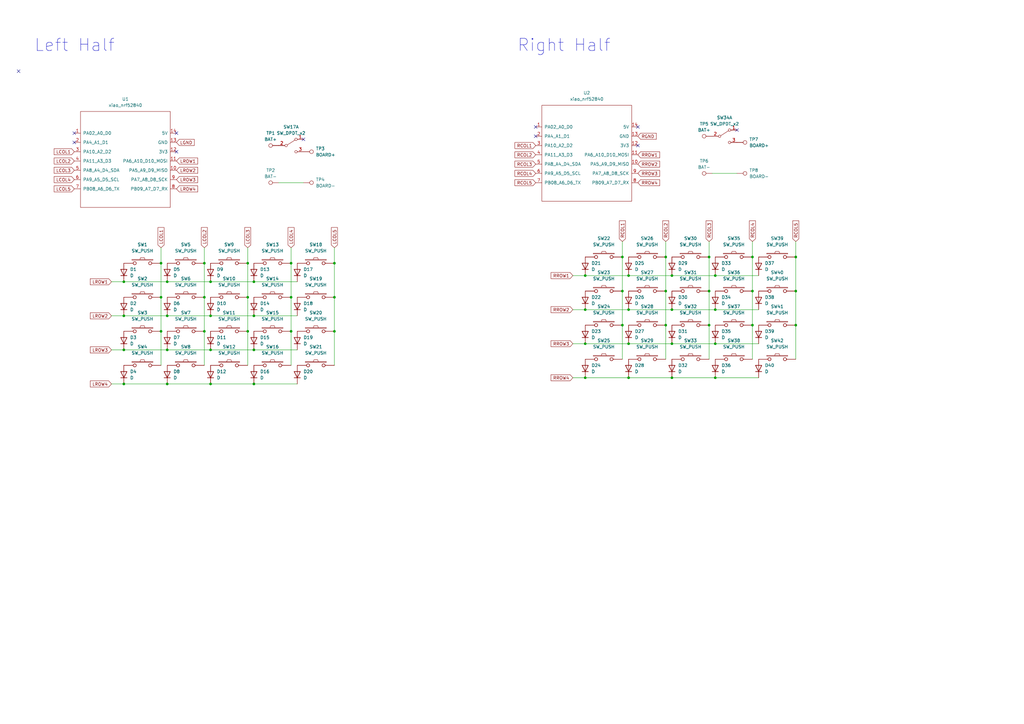
<source format=kicad_sch>
(kicad_sch (version 20230121) (generator eeschema)
  (paper "A3")
  (lib_symbols
    (symbol "Connector:TestPoint" (pin_numbers hide) (pin_names (offset 0.762) hide)
      (property "Reference" "TP" (at 0 6.858 0))
      (property "Value" "TestPoint" (at 0 5.08 0))
      (symbol "TestPoint_0_1"
        (circle (center 0 3.302) (radius 0.762))
      )
      (symbol "TestPoint_1_1"
        (pin passive line (at 0 0 90) (length 2.54) (name "1") (number "1"))
      )
    )
    (symbol "Device:D" (pin_numbers hide) (pin_names (offset 1.016) hide)
      (property "Reference" "D" (at 0 2.54 0))
      (property "Value" "D" (at 0 -2.54 0))
      (symbol "D_0_1"
        (polyline (pts (xy -1.27 1.27) (xy -1.27 -1.27)) (stroke (width 0.254)))
        (polyline (pts (xy 1.27 0) (xy -1.27 0)))
        (polyline (pts (xy 1.27 1.27) (xy 1.27 -1.27) (xy -1.27 0) (xy 1.27 1.27)) (stroke (width 0.254)))
      )
      (symbol "D_1_1"
        (pin passive line (at -3.81 0 0) (length 2.54) (name "K") (number "1"))
        (pin passive line (at 3.81 0 180) (length 2.54) (name "A") (number "2"))
      )
    )
    (symbol "Switch:SW_DPDT_x2" (pin_names (offset 0) hide)
      (property "Reference" "SW" (at 0 4.318 0))
      (property "Value" "SW_DPDT_x2" (at 0 -5.08 0))
      (symbol "SW_DPDT_x2_0_0"
        (circle (center -2.032 0) (radius 0.508))
        (circle (center 2.032 -2.54) (radius 0.508))
      )
      (symbol "SW_DPDT_x2_0_1"
        (polyline (pts (xy -1.524 0.254) (xy 1.651 2.286)))
        (circle (center 2.032 2.54) (radius 0.508))
      )
      (symbol "SW_DPDT_x2_1_1"
        (pin passive line (at 5.08 2.54 180) (length 2.54) (name "A") (number "1"))
        (pin passive line (at -5.08 0 0) (length 2.54) (name "B") (number "2"))
        (pin passive line (at 5.08 -2.54 180) (length 2.54) (name "C") (number "3"))
      )
      (symbol "SW_DPDT_x2_2_1"
        (pin passive line (at 5.08 2.54 180) (length 2.54) (name "A") (number "4"))
        (pin passive line (at -5.08 0 0) (length 2.54) (name "B") (number "5"))
        (pin passive line (at 5.08 -2.54 180) (length 2.54) (name "C") (number "6"))
      )
    )
    (symbol "kbd:SW_PUSH" (pin_numbers hide) (pin_names (offset 1.016) hide)
      (property "Reference" "SW" (at 3.81 2.794 0))
      (property "Value" "SW_PUSH" (at 0 -2.032 0))
      (symbol "SW_PUSH_0_1"
        (rectangle (start -4.318 1.27) (end 4.318 1.524))
        (polyline (pts (xy -1.016 1.524) (xy -0.762 2.286) (xy 0.762 2.286) (xy 1.016 1.524)))
        (pin passive inverted (at -7.62 0 0) (length 5.08) (name "1") (number "1"))
        (pin passive inverted (at 7.62 0 180) (length 5.08) (name "2") (number "2"))
      )
    )
    (symbol "xiao_nrf52840:xiao_nrf52840" (pin_names (offset 1.016))
      (property "Reference" "U" (at -19.05 22.86 0))
      (property "Value" "xiao_nrf52840" (at -12.7 21.59 0))
      (symbol "xiao_nrf52840_0_1"
        (rectangle (start -19.05 20.32) (end 17.78 -19.05))
      )
      (symbol "xiao_nrf52840_1_1"
        (pin unspecified line (at -21.59 11.43 0) (length 2.54) (name "PA02_A0_D0") (number "1"))
        (pin unspecified line (at 20.32 -3.81 180) (length 2.54) (name "PA5_A9_D9_MISO") (number "10"))
        (pin unspecified line (at 20.32 0 180) (length 2.54) (name "PA6_A10_D10_MOSI") (number "11"))
        (pin unspecified line (at 20.32 3.81 180) (length 2.54) (name "3V3") (number "12"))
        (pin unspecified line (at 20.32 7.62 180) (length 2.54) (name "GND") (number "13"))
        (pin unspecified line (at 20.32 11.43 180) (length 2.54) (name "5V") (number "14"))
        (pin unspecified line (at -21.59 7.62 0) (length 2.54) (name "PA4_A1_D1") (number "2"))
        (pin unspecified line (at -21.59 3.81 0) (length 2.54) (name "PA10_A2_D2") (number "3"))
        (pin unspecified line (at -21.59 0 0) (length 2.54) (name "PA11_A3_D3") (number "4"))
        (pin unspecified line (at -21.59 -3.81 0) (length 2.54) (name "PA8_A4_D4_SDA") (number "5"))
        (pin unspecified line (at -21.59 -7.62 0) (length 2.54) (name "PA9_A5_D5_SCL") (number "6"))
        (pin unspecified line (at -21.59 -11.43 0) (length 2.54) (name "PB08_A6_D6_TX") (number "7"))
        (pin unspecified line (at 20.32 -11.43 180) (length 2.54) (name "PB09_A7_D7_RX") (number "8"))
        (pin unspecified line (at 20.32 -7.62 180) (length 2.54) (name "PA7_A8_D8_SCK") (number "9"))
      )
    )
  )
  (junction (at 104.14 115.57))
  (junction (at 255.27 105.41))
  (junction (at 257.81 154.94))
  (junction (at 66.04 135.89))
  (junction (at 137.16 107.95))
  (junction (at 137.16 121.92))
  (junction (at 326.39 119.38))
  (junction (at 290.83 105.41))
  (junction (at 104.14 143.51))
  (junction (at 101.6 135.89))
  (junction (at 86.36 129.54))
  (junction (at 66.04 121.92))
  (junction (at 255.27 119.38))
  (junction (at 119.38 121.92))
  (junction (at 290.83 119.38))
  (junction (at 275.59 113.03))
  (junction (at 68.58 129.54))
  (junction (at 308.61 133.35))
  (junction (at 275.59 127))
  (junction (at 293.37 154.94))
  (junction (at 66.04 107.95))
  (junction (at 86.36 115.57))
  (junction (at 257.81 113.03))
  (junction (at 101.6 121.92))
  (junction (at 240.03 154.94))
  (junction (at 257.81 140.97))
  (junction (at 308.61 119.38))
  (junction (at 68.58 115.57))
  (junction (at 68.58 157.48))
  (junction (at 290.83 133.35))
  (junction (at 119.38 107.95))
  (junction (at 101.6 107.95))
  (junction (at 240.03 127))
  (junction (at 86.36 143.51))
  (junction (at 50.8 129.54))
  (junction (at 83.82 107.95))
  (junction (at 275.59 140.97))
  (junction (at 50.8 115.57))
  (junction (at 68.58 143.51))
  (junction (at 104.14 157.48))
  (junction (at 293.37 127))
  (junction (at 119.38 135.89))
  (junction (at 326.39 133.35))
  (junction (at 86.36 157.48))
  (junction (at 104.14 129.54))
  (junction (at 240.03 140.97))
  (junction (at 308.61 105.41))
  (junction (at 273.05 133.35))
  (junction (at 326.39 105.41))
  (junction (at 255.27 133.35))
  (junction (at 273.05 119.38))
  (junction (at 273.05 105.41))
  (junction (at 257.81 127))
  (junction (at 293.37 140.97))
  (junction (at 50.8 143.51))
  (junction (at 240.03 113.03))
  (junction (at 293.37 113.03))
  (junction (at 83.82 121.92))
  (junction (at 137.16 135.89))
  (junction (at 83.82 135.89))
  (junction (at 275.59 154.94))
  (junction (at 50.8 157.48))
  (no_connect (at 261.62 52.07))
  (no_connect (at 302.26 53.34))
  (no_connect (at 124.46 57.15))
  (no_connect (at 72.39 62.23))
  (no_connect (at 30.48 54.61))
  (no_connect (at 30.48 58.42))
  (no_connect (at 219.71 52.07))
  (no_connect (at 7.62 29.21))
  (no_connect (at 72.39 54.61))
  (no_connect (at 219.71 55.88))
  (no_connect (at 261.62 59.69))
  (wire (pts (xy 273.05 105.41) (xy 273.05 119.38)))
  (wire (pts (xy 83.82 135.89) (xy 83.82 149.86)))
  (wire (pts (xy 83.82 107.95) (xy 83.82 121.92)))
  (wire (pts (xy 104.14 115.57) (xy 121.92 115.57)))
  (wire (pts (xy 66.04 121.92) (xy 66.04 135.89)))
  (wire (pts (xy 292.1 71.12) (xy 302.26 71.12)))
  (wire (pts (xy 86.36 157.48) (xy 104.14 157.48)))
  (wire (pts (xy 101.6 121.92) (xy 101.6 135.89)))
  (wire (pts (xy 326.39 119.38) (xy 326.39 133.35)))
  (wire (pts (xy 137.16 121.92) (xy 137.16 135.89)))
  (wire (pts (xy 45.72 143.51) (xy 50.8 143.51)))
  (wire (pts (xy 68.58 115.57) (xy 86.36 115.57)))
  (wire (pts (xy 240.03 140.97) (xy 257.81 140.97)))
  (wire (pts (xy 326.39 105.41) (xy 326.39 119.38)))
  (wire (pts (xy 50.8 129.54) (xy 68.58 129.54)))
  (wire (pts (xy 275.59 127) (xy 293.37 127)))
  (wire (pts (xy 86.36 143.51) (xy 104.14 143.51)))
  (wire (pts (xy 119.38 101.6) (xy 119.38 107.95)))
  (wire (pts (xy 137.16 107.95) (xy 137.16 121.92)))
  (wire (pts (xy 50.8 143.51) (xy 68.58 143.51)))
  (wire (pts (xy 119.38 107.95) (xy 119.38 121.92)))
  (wire (pts (xy 326.39 99.06) (xy 326.39 105.41)))
  (wire (pts (xy 326.39 133.35) (xy 326.39 147.32)))
  (wire (pts (xy 86.36 115.57) (xy 104.14 115.57)))
  (wire (pts (xy 119.38 121.92) (xy 119.38 135.89)))
  (wire (pts (xy 234.95 127) (xy 240.03 127)))
  (wire (pts (xy 66.04 135.89) (xy 66.04 149.86)))
  (wire (pts (xy 101.6 107.95) (xy 101.6 121.92)))
  (wire (pts (xy 290.83 119.38) (xy 290.83 133.35)))
  (wire (pts (xy 257.81 154.94) (xy 275.59 154.94)))
  (wire (pts (xy 83.82 101.6) (xy 83.82 107.95)))
  (wire (pts (xy 104.14 129.54) (xy 121.92 129.54)))
  (wire (pts (xy 255.27 133.35) (xy 255.27 147.32)))
  (wire (pts (xy 66.04 101.6) (xy 66.04 107.95)))
  (wire (pts (xy 45.72 115.57) (xy 50.8 115.57)))
  (wire (pts (xy 68.58 129.54) (xy 86.36 129.54)))
  (wire (pts (xy 257.81 113.03) (xy 275.59 113.03)))
  (wire (pts (xy 240.03 127) (xy 257.81 127)))
  (wire (pts (xy 293.37 154.94) (xy 311.15 154.94)))
  (wire (pts (xy 275.59 154.94) (xy 293.37 154.94)))
  (wire (pts (xy 240.03 154.94) (xy 257.81 154.94)))
  (wire (pts (xy 290.83 105.41) (xy 290.83 119.38)))
  (wire (pts (xy 275.59 140.97) (xy 293.37 140.97)))
  (wire (pts (xy 50.8 157.48) (xy 68.58 157.48)))
  (wire (pts (xy 234.95 140.97) (xy 240.03 140.97)))
  (wire (pts (xy 137.16 135.89) (xy 137.16 149.86)))
  (wire (pts (xy 234.95 154.94) (xy 240.03 154.94)))
  (wire (pts (xy 290.83 99.06) (xy 290.83 105.41)))
  (wire (pts (xy 101.6 135.89) (xy 101.6 149.86)))
  (wire (pts (xy 50.8 115.57) (xy 68.58 115.57)))
  (wire (pts (xy 45.72 129.54) (xy 50.8 129.54)))
  (wire (pts (xy 68.58 157.48) (xy 86.36 157.48)))
  (wire (pts (xy 273.05 99.06) (xy 273.05 105.41)))
  (wire (pts (xy 101.6 101.6) (xy 101.6 107.95)))
  (wire (pts (xy 68.58 143.51) (xy 86.36 143.51)))
  (wire (pts (xy 257.81 127) (xy 275.59 127)))
  (wire (pts (xy 293.37 113.03) (xy 311.15 113.03)))
  (wire (pts (xy 308.61 99.06) (xy 308.61 105.41)))
  (wire (pts (xy 83.82 121.92) (xy 83.82 135.89)))
  (wire (pts (xy 137.16 101.6) (xy 137.16 107.95)))
  (wire (pts (xy 255.27 99.06) (xy 255.27 105.41)))
  (wire (pts (xy 308.61 133.35) (xy 308.61 147.32)))
  (wire (pts (xy 66.04 107.95) (xy 66.04 121.92)))
  (wire (pts (xy 234.95 113.03) (xy 240.03 113.03)))
  (wire (pts (xy 104.14 143.51) (xy 121.92 143.51)))
  (wire (pts (xy 119.38 135.89) (xy 119.38 149.86)))
  (wire (pts (xy 257.81 140.97) (xy 275.59 140.97)))
  (wire (pts (xy 273.05 133.35) (xy 273.05 147.32)))
  (wire (pts (xy 114.3 74.93) (xy 124.46 74.93)))
  (wire (pts (xy 240.03 113.03) (xy 257.81 113.03)))
  (wire (pts (xy 308.61 119.38) (xy 308.61 133.35)))
  (wire (pts (xy 290.83 133.35) (xy 290.83 147.32)))
  (wire (pts (xy 275.59 113.03) (xy 293.37 113.03)))
  (wire (pts (xy 255.27 105.41) (xy 255.27 119.38)))
  (wire (pts (xy 308.61 105.41) (xy 308.61 119.38)))
  (wire (pts (xy 273.05 119.38) (xy 273.05 133.35)))
  (wire (pts (xy 255.27 119.38) (xy 255.27 133.35)))
  (wire (pts (xy 45.72 157.48) (xy 50.8 157.48)))
  (wire (pts (xy 293.37 140.97) (xy 311.15 140.97)))
  (wire (pts (xy 293.37 127) (xy 311.15 127)))
  (wire (pts (xy 86.36 129.54) (xy 104.14 129.54)))
  (wire (pts (xy 104.14 157.48) (xy 121.92 157.48)))
  (text "Right Half" (at 212.09 21.59 0) (effects (font (size 5 5)) (justify left bottom)))
  (text "Left Half" (at 13.97 21.59 0) (effects (font (size 5 5)) (justify left bottom)))
  (global_label "RCOL3" (shape input) (at 219.71 67.31 180) (property "Intersheetrefs" "${INTERSHEET_REFS}" (effects hide)))
  (global_label "LROW2" (shape input) (at 72.39 69.85 0) (property "Intersheetrefs" "${INTERSHEET_REFS}" (effects hide)))
  (global_label "LROW4" (shape input) (at 72.39 77.47 0) (property "Intersheetrefs" "${INTERSHEET_REFS}" (effects hide)))
  (global_label "RCOL1" (shape input) (at 255.27 99.06 90) (property "Intersheetrefs" "${INTERSHEET_REFS}" (effects hide)))
  (global_label "LCOL4" (shape input) (at 119.38 101.6 90) (property "Intersheetrefs" "${INTERSHEET_REFS}" (effects hide)))
  (global_label "LCOL3" (shape input) (at 30.48 69.85 180) (property "Intersheetrefs" "${INTERSHEET_REFS}" (effects hide)))
  (global_label "LCOL1" (shape input) (at 30.48 62.23 180) (property "Intersheetrefs" "${INTERSHEET_REFS}" (effects hide)))
  (global_label "LROW2" (shape input) (at 45.72 129.54 180) (property "Intersheetrefs" "${INTERSHEET_REFS}" (effects hide)))
  (global_label "LCOL2" (shape input) (at 83.82 101.6 90) (property "Intersheetrefs" "${INTERSHEET_REFS}" (effects hide)))
  (global_label "RCOL1" (shape input) (at 219.71 59.69 180) (property "Intersheetrefs" "${INTERSHEET_REFS}" (effects hide)))
  (global_label "LCOL2" (shape input) (at 30.48 66.04 180) (property "Intersheetrefs" "${INTERSHEET_REFS}" (effects hide)))
  (global_label "RROW2" (shape input) (at 261.62 67.31 0) (property "Intersheetrefs" "${INTERSHEET_REFS}" (effects hide)))
  (global_label "RCOL3" (shape input) (at 290.83 99.06 90) (property "Intersheetrefs" "${INTERSHEET_REFS}" (effects hide)))
  (global_label "LCOL5" (shape input) (at 30.48 77.47 180) (property "Intersheetrefs" "${INTERSHEET_REFS}" (effects hide)))
  (global_label "LCOL4" (shape input) (at 30.48 73.66 180) (property "Intersheetrefs" "${INTERSHEET_REFS}" (effects hide)))
  (global_label "LCOL5" (shape input) (at 137.16 101.6 90) (property "Intersheetrefs" "${INTERSHEET_REFS}" (effects hide)))
  (global_label "RGND" (shape input) (at 261.62 55.88 0) (property "Intersheetrefs" "${INTERSHEET_REFS}" (effects hide)))
  (global_label "LGND" (shape input) (at 72.39 58.42 0) (property "Intersheetrefs" "${INTERSHEET_REFS}" (effects hide)))
  (global_label "RCOL4" (shape input) (at 219.71 71.12 180) (property "Intersheetrefs" "${INTERSHEET_REFS}" (effects hide)))
  (global_label "RROW2" (shape input) (at 234.95 127 180) (property "Intersheetrefs" "${INTERSHEET_REFS}" (effects hide)))
  (global_label "RCOL5" (shape input) (at 219.71 74.93 180) (property "Intersheetrefs" "${INTERSHEET_REFS}" (effects hide)))
  (global_label "RCOL4" (shape input) (at 308.61 99.06 90) (property "Intersheetrefs" "${INTERSHEET_REFS}" (effects hide)))
  (global_label "LROW3" (shape input) (at 72.39 73.66 0) (property "Intersheetrefs" "${INTERSHEET_REFS}" (effects hide)))
  (global_label "LROW4" (shape input) (at 45.72 157.48 180) (property "Intersheetrefs" "${INTERSHEET_REFS}" (effects hide)))
  (global_label "LCOL1" (shape input) (at 66.04 101.6 90) (property "Intersheetrefs" "${INTERSHEET_REFS}" (effects hide)))
  (global_label "LROW3" (shape input) (at 45.72 143.51 180) (property "Intersheetrefs" "${INTERSHEET_REFS}" (effects hide)))
  (global_label "RROW3" (shape input) (at 261.62 71.12 0) (property "Intersheetrefs" "${INTERSHEET_REFS}" (effects hide)))
  (global_label "LROW1" (shape input) (at 45.72 115.57 180) (property "Intersheetrefs" "${INTERSHEET_REFS}" (effects hide)))
  (global_label "RCOL2" (shape input) (at 219.71 63.5 180) (property "Intersheetrefs" "${INTERSHEET_REFS}" (effects hide)))
  (global_label "RROW3" (shape input) (at 234.95 140.97 180) (property "Intersheetrefs" "${INTERSHEET_REFS}" (effects hide)))
  (global_label "RROW1" (shape input) (at 261.62 63.5 0) (property "Intersheetrefs" "${INTERSHEET_REFS}" (effects hide)))
  (global_label "RROW1" (shape input) (at 234.95 113.03 180) (property "Intersheetrefs" "${INTERSHEET_REFS}" (effects hide)))
  (global_label "RROW4" (shape input) (at 261.62 74.93 0) (property "Intersheetrefs" "${INTERSHEET_REFS}" (effects hide)))
  (global_label "LCOL3" (shape input) (at 101.6 101.6 90) (property "Intersheetrefs" "${INTERSHEET_REFS}" (effects hide)))
  (global_label "LROW1" (shape input) (at 72.39 66.04 0) (property "Intersheetrefs" "${INTERSHEET_REFS}" (effects hide)))
  (global_label "RROW4" (shape input) (at 234.95 154.94 180) (property "Intersheetrefs" "${INTERSHEET_REFS}" (effects hide)))
  (global_label "RCOL2" (shape input) (at 273.05 99.06 90) (property "Intersheetrefs" "${INTERSHEET_REFS}" (effects hide)))
  (global_label "RCOL5" (shape input) (at 326.39 99.06 90) (property "Intersheetrefs" "${INTERSHEET_REFS}" (effects hide)))
  (symbol (lib_id "kbd:SW_PUSH") (at 283.21 147.32 0) (unit 1)
    (property "Reference" "SW33" (at 283.21 139.7 0))
    (property "Value" "SW_PUSH" (at 283.21 142.24 0))
    (property "Footprint" "kbd:ChocV1_V2_Hotswap" (effects hide))
  )
  (symbol (lib_id "kbd:SW_PUSH") (at 58.42 149.86 0) (unit 1)
    (property "Reference" "SW4" (at 58.42 142.24 0))
    (property "Value" "SW_PUSH" (at 58.42 144.78 0))
    (property "Footprint" "kbd:ChocV1_V2_Hotswap" (effects hide))
  )
  (symbol (lib_id "Device:D") (at 311.15 123.19 90) (unit 1)
    (property "Reference" "D38" (at 313.69 121.92 90) (effects (justify right)))
    (property "Value" "D" (at 313.69 124.46 90) (effects (justify right)))
    (property "Footprint" "kbd:D3_SMD_v2" (effects hide))
    (property "Sim.Device" "D" (effects hide))
    (property "Sim.Pins" "1=K 2=A" (effects hide))
  )
  (symbol (lib_id "Connector:TestPoint") (at 292.1 55.88 90) (unit 1)
    (property "Reference" "TP5" (at 288.798 50.8 90))
    (property "Value" "BAT+" (at 288.798 53.34 90))
    (property "Footprint" "kbd:1pad_conn_board" (effects hide))
  )
  (symbol (lib_id "kbd:SW_PUSH") (at 247.65 119.38 0) (unit 1)
    (property "Reference" "SW23" (at 247.65 111.76 0))
    (property "Value" "SW_PUSH" (at 247.65 114.3 0))
    (property "Footprint" "kbd:ChocV1_V2_Hotswap" (effects hide))
  )
  (symbol (lib_id "Device:D") (at 50.8 139.7 90) (unit 1)
    (property "Reference" "D3" (at 53.34 138.43 90) (effects (justify right)))
    (property "Value" "D" (at 53.34 140.97 90) (effects (justify right)))
    (property "Footprint" "kbd:D3_SMD_v2" (effects hide))
    (property "Sim.Device" "D" (effects hide))
    (property "Sim.Pins" "1=K 2=A" (effects hide))
  )
  (symbol (lib_id "Device:D") (at 240.03 123.19 90) (unit 1)
    (property "Reference" "D22" (at 242.57 121.92 90) (effects (justify right)))
    (property "Value" "D" (at 242.57 124.46 90) (effects (justify right)))
    (property "Footprint" "kbd:D3_SMD_v2" (effects hide))
    (property "Sim.Device" "D" (effects hide))
    (property "Sim.Pins" "1=K 2=A" (effects hide))
  )
  (symbol (lib_id "kbd:SW_PUSH") (at 93.98 107.95 0) (unit 1)
    (property "Reference" "SW9" (at 93.98 100.33 0))
    (property "Value" "SW_PUSH" (at 93.98 102.87 0))
    (property "Footprint" "kbd:ChocV1_V2_Hotswap" (effects hide))
  )
  (symbol (lib_id "Device:D") (at 104.14 125.73 90) (unit 1)
    (property "Reference" "D14" (at 106.68 124.46 90) (effects (justify right)))
    (property "Value" "D" (at 106.68 127 90) (effects (justify right)))
    (property "Footprint" "kbd:D3_SMD_v2" (effects hide))
    (property "Sim.Device" "D" (effects hide))
    (property "Sim.Pins" "1=K 2=A" (effects hide))
  )
  (symbol (lib_id "kbd:SW_PUSH") (at 58.42 135.89 0) (unit 1)
    (property "Reference" "SW3" (at 58.42 128.27 0))
    (property "Value" "SW_PUSH" (at 58.42 130.81 0))
    (property "Footprint" "kbd:ChocV1_V2_Hotswap" (effects hide))
  )
  (symbol (lib_id "Device:D") (at 68.58 111.76 90) (unit 1)
    (property "Reference" "D5" (at 71.12 110.49 90) (effects (justify right)))
    (property "Value" "D" (at 71.12 113.03 90) (effects (justify right)))
    (property "Footprint" "kbd:D3_SMD_v2" (effects hide))
    (property "Sim.Device" "D" (effects hide))
    (property "Sim.Pins" "1=K 2=A" (effects hide))
  )
  (symbol (lib_id "kbd:SW_PUSH") (at 283.21 105.41 0) (unit 1)
    (property "Reference" "SW30" (at 283.21 97.79 0))
    (property "Value" "SW_PUSH" (at 283.21 100.33 0))
    (property "Footprint" "kbd:ChocV1_V2_Hotswap" (effects hide))
  )
  (symbol (lib_id "kbd:SW_PUSH") (at 318.77 119.38 0) (unit 1)
    (property "Reference" "SW40" (at 318.77 111.76 0))
    (property "Value" "SW_PUSH" (at 318.77 114.3 0))
    (property "Footprint" "kbd:ChocV1_V2_Hotswap" (effects hide))
  )
  (symbol (lib_id "kbd:SW_PUSH") (at 247.65 147.32 0) (unit 1)
    (property "Reference" "SW25" (at 247.65 139.7 0))
    (property "Value" "SW_PUSH" (at 247.65 142.24 0))
    (property "Footprint" "kbd:ChocV1_V2_Hotswap" (effects hide))
  )
  (symbol (lib_id "Device:D") (at 257.81 123.19 90) (unit 1)
    (property "Reference" "D26" (at 260.35 121.92 90) (effects (justify right)))
    (property "Value" "D" (at 260.35 124.46 90) (effects (justify right)))
    (property "Footprint" "kbd:D3_SMD_v2" (effects hide))
    (property "Sim.Device" "D" (effects hide))
    (property "Sim.Pins" "1=K 2=A" (effects hide))
  )
  (symbol (lib_id "kbd:SW_PUSH") (at 283.21 119.38 0) (unit 1)
    (property "Reference" "SW31" (at 283.21 111.76 0))
    (property "Value" "SW_PUSH" (at 283.21 114.3 0))
    (property "Footprint" "kbd:ChocV1_V2_Hotswap" (effects hide))
  )
  (symbol (lib_id "Connector:TestPoint") (at 292.1 71.12 90) (unit 1)
    (property "Reference" "TP6" (at 288.798 66.04 90))
    (property "Value" "BAT-" (at 288.798 68.58 90))
    (property "Footprint" "kbd:1pad_conn_board" (effects hide))
  )
  (symbol (lib_id "Device:D") (at 86.36 111.76 90) (unit 1)
    (property "Reference" "D9" (at 88.9 110.49 90) (effects (justify right)))
    (property "Value" "D" (at 88.9 113.03 90) (effects (justify right)))
    (property "Footprint" "kbd:D3_SMD_v2" (effects hide))
    (property "Sim.Device" "D" (effects hide))
    (property "Sim.Pins" "1=K 2=A" (effects hide))
  )
  (symbol (lib_id "kbd:SW_PUSH") (at 247.65 133.35 0) (unit 1)
    (property "Reference" "SW24" (at 247.65 125.73 0))
    (property "Value" "SW_PUSH" (at 247.65 128.27 0))
    (property "Footprint" "kbd:ChocV1_V2_Hotswap" (effects hide))
  )
  (symbol (lib_id "Connector:TestPoint") (at 302.26 58.42 270) (unit 1)
    (property "Reference" "TP7" (at 307.34 57.15 90) (effects (justify left)))
    (property "Value" "BOARD+" (at 307.34 59.69 90) (effects (justify left)))
    (property "Footprint" "kbd:1pad_conn_board" (effects hide))
  )
  (symbol (lib_id "kbd:SW_PUSH") (at 265.43 105.41 0) (unit 1)
    (property "Reference" "SW26" (at 265.43 97.79 0))
    (property "Value" "SW_PUSH" (at 265.43 100.33 0))
    (property "Footprint" "kbd:ChocV1_V2_Hotswap" (effects hide))
  )
  (symbol (lib_id "kbd:SW_PUSH") (at 300.99 133.35 0) (unit 1)
    (property "Reference" "SW37" (at 300.99 125.73 0))
    (property "Value" "SW_PUSH" (at 300.99 128.27 0))
    (property "Footprint" "kbd:ChocV1_V2_Hotswap" (effects hide))
  )
  (symbol (lib_id "Device:D") (at 311.15 137.16 90) (unit 1)
    (property "Reference" "D39" (at 313.69 135.89 90) (effects (justify right)))
    (property "Value" "D" (at 313.69 138.43 90) (effects (justify right)))
    (property "Footprint" "kbd:D3_SMD_v2" (effects hide))
    (property "Sim.Device" "D" (effects hide))
    (property "Sim.Pins" "1=K 2=A" (effects hide))
  )
  (symbol (lib_id "Device:D") (at 121.92 139.7 90) (unit 1)
    (property "Reference" "D19" (at 124.46 138.43 90) (effects (justify right)))
    (property "Value" "D" (at 124.46 140.97 90) (effects (justify right)))
    (property "Footprint" "kbd:D3_SMD_v2" (effects hide))
    (property "Sim.Device" "D" (effects hide))
    (property "Sim.Pins" "1=K 2=A" (effects hide))
  )
  (symbol (lib_id "Device:D") (at 257.81 137.16 90) (unit 1)
    (property "Reference" "D27" (at 260.35 135.89 90) (effects (justify right)))
    (property "Value" "D" (at 260.35 138.43 90) (effects (justify right)))
    (property "Footprint" "kbd:D3_SMD_v2" (effects hide))
    (property "Sim.Device" "D" (effects hide))
    (property "Sim.Pins" "1=K 2=A" (effects hide))
  )
  (symbol (lib_id "Connector:TestPoint") (at 114.3 74.93 90) (unit 1)
    (property "Reference" "TP2" (at 110.998 69.85 90))
    (property "Value" "BAT-" (at 110.998 72.39 90))
    (property "Footprint" "kbd:1pad_conn_board" (effects hide))
  )
  (symbol (lib_id "kbd:SW_PUSH") (at 300.99 119.38 0) (unit 1)
    (property "Reference" "SW36" (at 300.99 111.76 0))
    (property "Value" "SW_PUSH" (at 300.99 114.3 0))
    (property "Footprint" "kbd:ChocV1_V2_Hotswap" (effects hide))
  )
  (symbol (lib_id "kbd:SW_PUSH") (at 300.99 147.32 0) (unit 1)
    (property "Reference" "SW38" (at 300.99 139.7 0))
    (property "Value" "SW_PUSH" (at 300.99 142.24 0))
    (property "Footprint" "kbd:ChocV1_V2_Hotswap" (effects hide))
  )
  (symbol (lib_id "Device:D") (at 275.59 137.16 90) (unit 1)
    (property "Reference" "D31" (at 278.13 135.89 90) (effects (justify right)))
    (property "Value" "D" (at 278.13 138.43 90) (effects (justify right)))
    (property "Footprint" "kbd:D3_SMD_v2" (effects hide))
    (property "Sim.Device" "D" (effects hide))
    (property "Sim.Pins" "1=K 2=A" (effects hide))
  )
  (symbol (lib_id "xiao_nrf52840:xiao_nrf52840") (at 52.07 66.04 0) (unit 1)
    (property "Reference" "U1" (at 51.435 40.64 0))
    (property "Value" "xiao_nrf52840" (at 51.435 43.18 0))
    (property "Footprint" "xiao_nrf52840:xiao_nrf52840_v2" (effects hide))
  )
  (symbol (lib_id "Device:D") (at 275.59 151.13 90) (unit 1)
    (property "Reference" "D32" (at 278.13 149.86 90) (effects (justify right)))
    (property "Value" "D" (at 278.13 152.4 90) (effects (justify right)))
    (property "Footprint" "kbd:D3_SMD_v2" (effects hide))
    (property "Sim.Device" "D" (effects hide))
    (property "Sim.Pins" "1=K 2=A" (effects hide))
  )
  (symbol (lib_id "Device:D") (at 293.37 109.22 90) (unit 1)
    (property "Reference" "D33" (at 295.91 107.95 90) (effects (justify right)))
    (property "Value" "D" (at 295.91 110.49 90) (effects (justify right)))
    (property "Footprint" "kbd:D3_SMD_v2" (effects hide))
    (property "Sim.Device" "D" (effects hide))
    (property "Sim.Pins" "1=K 2=A" (effects hide))
  )
  (symbol (lib_id "Device:D") (at 275.59 109.22 90) (unit 1)
    (property "Reference" "D29" (at 278.13 107.95 90) (effects (justify right)))
    (property "Value" "D" (at 278.13 110.49 90) (effects (justify right)))
    (property "Footprint" "kbd:D3_SMD_v2" (effects hide))
    (property "Sim.Device" "D" (effects hide))
    (property "Sim.Pins" "1=K 2=A" (effects hide))
  )
  (symbol (lib_id "Device:D") (at 50.8 111.76 90) (unit 1)
    (property "Reference" "D1" (at 53.34 110.49 90) (effects (justify right)))
    (property "Value" "D" (at 53.34 113.03 90) (effects (justify right)))
    (property "Footprint" "kbd:D3_SMD_v2" (effects hide))
    (property "Sim.Device" "D" (effects hide))
    (property "Sim.Pins" "1=K 2=A" (effects hide))
  )
  (symbol (lib_id "kbd:SW_PUSH") (at 300.99 105.41 0) (unit 1)
    (property "Reference" "SW35" (at 300.99 97.79 0))
    (property "Value" "SW_PUSH" (at 300.99 100.33 0))
    (property "Footprint" "kbd:ChocV1_V2_Hotswap" (effects hide))
  )
  (symbol (lib_id "Device:D") (at 50.8 125.73 90) (unit 1)
    (property "Reference" "D2" (at 53.34 124.46 90) (effects (justify right)))
    (property "Value" "D" (at 53.34 127 90) (effects (justify right)))
    (property "Footprint" "kbd:D3_SMD_v2" (effects hide))
    (property "Sim.Device" "D" (effects hide))
    (property "Sim.Pins" "1=K 2=A" (effects hide))
  )
  (symbol (lib_id "Device:D") (at 104.14 153.67 90) (unit 1)
    (property "Reference" "D16" (at 106.68 152.4 90) (effects (justify right)))
    (property "Value" "D" (at 106.68 154.94 90) (effects (justify right)))
    (property "Footprint" "kbd:D3_SMD_v2" (effects hide))
    (property "Sim.Device" "D" (effects hide))
    (property "Sim.Pins" "1=K 2=A" (effects hide))
  )
  (symbol (lib_id "Device:D") (at 240.03 109.22 90) (unit 1)
    (property "Reference" "D21" (at 242.57 107.95 90) (effects (justify right)))
    (property "Value" "D" (at 242.57 110.49 90) (effects (justify right)))
    (property "Footprint" "kbd:D3_SMD_v2" (effects hide))
    (property "Sim.Device" "D" (effects hide))
    (property "Sim.Pins" "1=K 2=A" (effects hide))
  )
  (symbol (lib_id "Device:D") (at 293.37 151.13 90) (unit 1)
    (property "Reference" "D36" (at 295.91 149.86 90) (effects (justify right)))
    (property "Value" "D" (at 295.91 152.4 90) (effects (justify right)))
    (property "Footprint" "kbd:D3_SMD_v2" (effects hide))
    (property "Sim.Device" "D" (effects hide))
    (property "Sim.Pins" "1=K 2=A" (effects hide))
  )
  (symbol (lib_id "Device:D") (at 68.58 125.73 90) (unit 1)
    (property "Reference" "D6" (at 71.12 124.46 90) (effects (justify right)))
    (property "Value" "D" (at 71.12 127 90) (effects (justify right)))
    (property "Footprint" "kbd:D3_SMD_v2" (effects hide))
    (property "Sim.Device" "D" (effects hide))
    (property "Sim.Pins" "1=K 2=A" (effects hide))
  )
  (symbol (lib_id "Device:D") (at 68.58 153.67 90) (unit 1)
    (property "Reference" "D8" (at 71.12 152.4 90) (effects (justify right)))
    (property "Value" "D" (at 71.12 154.94 90) (effects (justify right)))
    (property "Footprint" "kbd:D3_SMD_v2" (effects hide))
    (property "Sim.Device" "D" (effects hide))
    (property "Sim.Pins" "1=K 2=A" (effects hide))
  )
  (symbol (lib_id "kbd:SW_PUSH") (at 318.77 133.35 0) (unit 1)
    (property "Reference" "SW41" (at 318.77 125.73 0))
    (property "Value" "SW_PUSH" (at 318.77 128.27 0))
    (property "Footprint" "kbd:ChocV1_V2_Hotswap" (effects hide))
  )
  (symbol (lib_id "Device:D") (at 257.81 109.22 90) (unit 1)
    (property "Reference" "D25" (at 260.35 107.95 90) (effects (justify right)))
    (property "Value" "D" (at 260.35 110.49 90) (effects (justify right)))
    (property "Footprint" "kbd:D3_SMD_v2" (effects hide))
    (property "Sim.Device" "D" (effects hide))
    (property "Sim.Pins" "1=K 2=A" (effects hide))
  )
  (symbol (lib_id "Device:D") (at 240.03 137.16 90) (unit 1)
    (property "Reference" "D23" (at 242.57 135.89 90) (effects (justify right)))
    (property "Value" "D" (at 242.57 138.43 90) (effects (justify right)))
    (property "Footprint" "kbd:D3_SMD_v2" (effects hide))
    (property "Sim.Device" "D" (effects hide))
    (property "Sim.Pins" "1=K 2=A" (effects hide))
  )
  (symbol (lib_id "kbd:SW_PUSH") (at 265.43 119.38 0) (unit 1)
    (property "Reference" "SW27" (at 265.43 111.76 0))
    (property "Value" "SW_PUSH" (at 265.43 114.3 0))
    (property "Footprint" "kbd:ChocV1_V2_Hotswap" (effects hide))
  )
  (symbol (lib_id "kbd:SW_PUSH") (at 58.42 107.95 0) (unit 1)
    (property "Reference" "SW1" (at 58.42 100.33 0))
    (property "Value" "SW_PUSH" (at 58.42 102.87 0))
    (property "Footprint" "kbd:ChocV1_V2_Hotswap" (effects hide))
  )
  (symbol (lib_id "kbd:SW_PUSH") (at 58.42 121.92 0) (unit 1)
    (property "Reference" "SW2" (at 58.42 114.3 0))
    (property "Value" "SW_PUSH" (at 58.42 116.84 0))
    (property "Footprint" "kbd:ChocV1_V2_Hotswap" (effects hide))
  )
  (symbol (lib_id "Device:D") (at 257.81 151.13 90) (unit 1)
    (property "Reference" "D28" (at 260.35 149.86 90) (effects (justify right)))
    (property "Value" "D" (at 260.35 152.4 90) (effects (justify right)))
    (property "Footprint" "kbd:D3_SMD_v2" (effects hide))
    (property "Sim.Device" "D" (effects hide))
    (property "Sim.Pins" "1=K 2=A" (effects hide))
  )
  (symbol (lib_id "kbd:SW_PUSH") (at 129.54 121.92 0) (unit 1)
    (property "Reference" "SW19" (at 129.54 114.3 0))
    (property "Value" "SW_PUSH" (at 129.54 116.84 0))
    (property "Footprint" "kbd:ChocV1_V2_Hotswap" (effects hide))
  )
  (symbol (lib_id "kbd:SW_PUSH") (at 76.2 149.86 0) (unit 1)
    (property "Reference" "SW8" (at 76.2 142.24 0))
    (property "Value" "SW_PUSH" (at 76.2 144.78 0))
    (property "Footprint" "kbd:ChocV1_V2_Hotswap" (effects hide))
  )
  (symbol (lib_id "Device:D") (at 104.14 139.7 90) (unit 1)
    (property "Reference" "D15" (at 106.68 138.43 90) (effects (justify right)))
    (property "Value" "D" (at 106.68 140.97 90) (effects (justify right)))
    (property "Footprint" "kbd:D3_SMD_v2" (effects hide))
    (property "Sim.Device" "D" (effects hide))
    (property "Sim.Pins" "1=K 2=A" (effects hide))
  )
  (symbol (lib_id "kbd:SW_PUSH") (at 283.21 133.35 0) (unit 1)
    (property "Reference" "SW32" (at 283.21 125.73 0))
    (property "Value" "SW_PUSH" (at 283.21 128.27 0))
    (property "Footprint" "kbd:ChocV1_V2_Hotswap" (effects hide))
  )
  (symbol (lib_id "xiao_nrf52840:xiao_nrf52840") (at 241.3 63.5 0) (unit 1)
    (property "Reference" "U2" (at 240.665 38.1 0))
    (property "Value" "xiao_nrf52840" (at 240.665 40.64 0))
    (property "Footprint" "xiao_nrf52840:xiao_nrf52840_v2" (effects hide))
  )
  (symbol (lib_id "Device:D") (at 121.92 111.76 90) (unit 1)
    (property "Reference" "D17" (at 124.46 110.49 90) (effects (justify right)))
    (property "Value" "D" (at 124.46 113.03 90) (effects (justify right)))
    (property "Footprint" "kbd:D3_SMD_v2" (effects hide))
    (property "Sim.Device" "D" (effects hide))
    (property "Sim.Pins" "1=K 2=A" (effects hide))
  )
  (symbol (lib_id "kbd:SW_PUSH") (at 76.2 135.89 0) (unit 1)
    (property "Reference" "SW7" (at 76.2 128.27 0))
    (property "Value" "SW_PUSH" (at 76.2 130.81 0))
    (property "Footprint" "kbd:ChocV1_V2_Hotswap" (effects hide))
  )
  (symbol (lib_id "Device:D") (at 68.58 139.7 90) (unit 1)
    (property "Reference" "D7" (at 71.12 138.43 90) (effects (justify right)))
    (property "Value" "D" (at 71.12 140.97 90) (effects (justify right)))
    (property "Footprint" "kbd:D3_SMD_v2" (effects hide))
    (property "Sim.Device" "D" (effects hide))
    (property "Sim.Pins" "1=K 2=A" (effects hide))
  )
  (symbol (lib_id "Connector:TestPoint") (at 124.46 74.93 270) (unit 1)
    (property "Reference" "TP4" (at 129.54 73.66 90) (effects (justify left)))
    (property "Value" "BOARD-" (at 129.54 76.2 90) (effects (justify left)))
    (property "Footprint" "kbd:1pad_conn_board" (effects hide))
  )
  (symbol (lib_id "Device:D") (at 275.59 123.19 90) (unit 1)
    (property "Reference" "D30" (at 278.13 121.92 90) (effects (justify right)))
    (property "Value" "D" (at 278.13 124.46 90) (effects (justify right)))
    (property "Footprint" "kbd:D3_SMD_v2" (effects hide))
    (property "Sim.Device" "D" (effects hide))
    (property "Sim.Pins" "1=K 2=A" (effects hide))
  )
  (symbol (lib_id "kbd:SW_PUSH") (at 129.54 149.86 0) (unit 1)
    (property "Reference" "SW21" (at 129.54 142.24 0))
    (property "Value" "SW_PUSH" (at 129.54 144.78 0))
    (property "Footprint" "kbd:ChocV1_V2_Hotswap" (effects hide))
  )
  (symbol (lib_id "kbd:SW_PUSH") (at 318.77 105.41 0) (unit 1)
    (property "Reference" "SW39" (at 318.77 97.79 0))
    (property "Value" "SW_PUSH" (at 318.77 100.33 0))
    (property "Footprint" "kbd:ChocV1_V2_Hotswap" (effects hide))
  )
  (symbol (lib_id "kbd:SW_PUSH") (at 93.98 149.86 0) (unit 1)
    (property "Reference" "SW12" (at 93.98 142.24 0))
    (property "Value" "SW_PUSH" (at 93.98 144.78 0))
    (property "Footprint" "kbd:ChocV1_V2_Hotswap" (effects hide))
  )
  (symbol (lib_id "kbd:SW_PUSH") (at 76.2 121.92 0) (unit 1)
    (property "Reference" "SW6" (at 76.2 114.3 0))
    (property "Value" "SW_PUSH" (at 76.2 116.84 0))
    (property "Footprint" "kbd:ChocV1_V2_Hotswap" (effects hide))
  )
  (symbol (lib_id "kbd:SW_PUSH") (at 111.76 107.95 0) (unit 1)
    (property "Reference" "SW13" (at 111.76 100.33 0))
    (property "Value" "SW_PUSH" (at 111.76 102.87 0))
    (property "Footprint" "kbd:ChocV1_V2_Hotswap" (effects hide))
  )
  (symbol (lib_id "Connector:TestPoint") (at 124.46 62.23 270) (unit 1)
    (property "Reference" "TP3" (at 129.54 60.96 90) (effects (justify left)))
    (property "Value" "BOARD+" (at 129.54 63.5 90) (effects (justify left)))
    (property "Footprint" "kbd:1pad_conn_board" (effects hide))
  )
  (symbol (lib_id "Device:D") (at 86.36 153.67 90) (unit 1)
    (property "Reference" "D12" (at 88.9 152.4 90) (effects (justify right)))
    (property "Value" "D" (at 88.9 154.94 90) (effects (justify right)))
    (property "Footprint" "kbd:D3_SMD_v2" (effects hide))
    (property "Sim.Device" "D" (effects hide))
    (property "Sim.Pins" "1=K 2=A" (effects hide))
  )
  (symbol (lib_id "Switch:SW_DPDT_x2") (at 297.18 55.88 0) (unit 1)
    (property "Reference" "SW34" (at 297.18 48.26 0))
    (property "Value" "SW_DPDT_x2" (at 297.18 50.8 0))
    (property "Footprint" "MSK-12C02:MSK-12C02" (effects hide))
  )
  (symbol (lib_id "Device:D") (at 121.92 153.67 90) (unit 1)
    (property "Reference" "D20" (at 124.46 152.4 90) (effects (justify right)))
    (property "Value" "D" (at 124.46 154.94 90) (effects (justify right)))
    (property "Footprint" "kbd:D3_SMD_v2" (effects hide))
    (property "Sim.Device" "D" (effects hide))
    (property "Sim.Pins" "1=K 2=A" (effects hide))
  )
  (symbol (lib_id "Device:D") (at 311.15 109.22 90) (unit 1)
    (property "Reference" "D37" (at 313.69 107.95 90) (effects (justify right)))
    (property "Value" "D" (at 313.69 110.49 90) (effects (justify right)))
    (property "Footprint" "kbd:D3_SMD_v2" (effects hide))
    (property "Sim.Device" "D" (effects hide))
    (property "Sim.Pins" "1=K 2=A" (effects hide))
  )
  (symbol (lib_id "kbd:SW_PUSH") (at 111.76 149.86 0) (unit 1)
    (property "Reference" "SW16" (at 111.76 142.24 0))
    (property "Value" "SW_PUSH" (at 111.76 144.78 0))
    (property "Footprint" "kbd:ChocV1_V2_Hotswap" (effects hide))
  )
  (symbol (lib_id "kbd:SW_PUSH") (at 129.54 135.89 0) (unit 1)
    (property "Reference" "SW20" (at 129.54 128.27 0))
    (property "Value" "SW_PUSH" (at 129.54 130.81 0))
    (property "Footprint" "kbd:ChocV1_V2_Hotswap" (effects hide))
  )
  (symbol (lib_id "Device:D") (at 86.36 125.73 90) (unit 1)
    (property "Reference" "D10" (at 88.9 124.46 90) (effects (justify right)))
    (property "Value" "D" (at 88.9 127 90) (effects (justify right)))
    (property "Footprint" "kbd:D3_SMD_v2" (effects hide))
    (property "Sim.Device" "D" (effects hide))
    (property "Sim.Pins" "1=K 2=A" (effects hide))
  )
  (symbol (lib_id "kbd:SW_PUSH") (at 93.98 121.92 0) (unit 1)
    (property "Reference" "SW10" (at 93.98 114.3 0))
    (property "Value" "SW_PUSH" (at 93.98 116.84 0))
    (property "Footprint" "kbd:ChocV1_V2_Hotswap" (effects hide))
  )
  (symbol (lib_id "kbd:SW_PUSH") (at 129.54 107.95 0) (unit 1)
    (property "Reference" "SW18" (at 129.54 100.33 0))
    (property "Value" "SW_PUSH" (at 129.54 102.87 0))
    (property "Footprint" "kbd:ChocV1_V2_Hotswap" (effects hide))
  )
  (symbol (lib_id "kbd:SW_PUSH") (at 247.65 105.41 0) (unit 1)
    (property "Reference" "SW22" (at 247.65 97.79 0))
    (property "Value" "SW_PUSH" (at 247.65 100.33 0))
    (property "Footprint" "kbd:ChocV1_V2_Hotswap" (effects hide))
  )
  (symbol (lib_id "Device:D") (at 104.14 111.76 90) (unit 1)
    (property "Reference" "D13" (at 106.68 110.49 90) (effects (justify right)))
    (property "Value" "D" (at 106.68 113.03 90) (effects (justify right)))
    (property "Footprint" "kbd:D3_SMD_v2" (effects hide))
    (property "Sim.Device" "D" (effects hide))
    (property "Sim.Pins" "1=K 2=A" (effects hide))
  )
  (symbol (lib_id "Device:D") (at 50.8 153.67 90) (unit 1)
    (property "Reference" "D4" (at 53.34 152.4 90) (effects (justify right)))
    (property "Value" "D" (at 53.34 154.94 90) (effects (justify right)))
    (property "Footprint" "kbd:D3_SMD_v2" (effects hide))
    (property "Sim.Device" "D" (effects hide))
    (property "Sim.Pins" "1=K 2=A" (effects hide))
  )
  (symbol (lib_id "kbd:SW_PUSH") (at 93.98 135.89 0) (unit 1)
    (property "Reference" "SW11" (at 93.98 128.27 0))
    (property "Value" "SW_PUSH" (at 93.98 130.81 0))
    (property "Footprint" "kbd:ChocV1_V2_Hotswap" (effects hide))
  )
  (symbol (lib_id "kbd:SW_PUSH") (at 265.43 147.32 0) (unit 1)
    (property "Reference" "SW29" (at 265.43 139.7 0))
    (property "Value" "SW_PUSH" (at 265.43 142.24 0))
    (property "Footprint" "kbd:ChocV1_V2_Hotswap" (effects hide))
  )
  (symbol (lib_id "Device:D") (at 121.92 125.73 90) (unit 1)
    (property "Reference" "D18" (at 124.46 124.46 90) (effects (justify right)))
    (property "Value" "D" (at 124.46 127 90) (effects (justify right)))
    (property "Footprint" "kbd:D3_SMD_v2" (effects hide))
    (property "Sim.Device" "D" (effects hide))
    (property "Sim.Pins" "1=K 2=A" (effects hide))
  )
  (symbol (lib_id "kbd:SW_PUSH") (at 111.76 121.92 0) (unit 1)
    (property "Reference" "SW14" (at 111.76 114.3 0))
    (property "Value" "SW_PUSH" (at 111.76 116.84 0))
    (property "Footprint" "kbd:ChocV1_V2_Hotswap" (effects hide))
  )
  (symbol (lib_id "Connector:TestPoint") (at 114.3 59.69 90) (unit 1)
    (property "Reference" "TP1" (at 110.998 54.61 90))
    (property "Value" "BAT+" (at 110.998 57.15 90))
    (property "Footprint" "kbd:1pad_conn_board" (effects hide))
  )
  (symbol (lib_id "kbd:SW_PUSH") (at 265.43 133.35 0) (unit 1)
    (property "Reference" "SW28" (at 265.43 125.73 0))
    (property "Value" "SW_PUSH" (at 265.43 128.27 0))
    (property "Footprint" "kbd:ChocV1_V2_Hotswap" (effects hide))
  )
  (symbol (lib_id "Switch:SW_DPDT_x2") (at 119.38 59.69 0) (unit 1)
    (property "Reference" "SW17" (at 119.38 52.07 0))
    (property "Value" "SW_DPDT_x2" (at 119.38 54.61 0))
    (property "Footprint" "MSK-12C02:MSK-12C02" (effects hide))
  )
  (symbol (lib_id "Device:D") (at 86.36 139.7 90) (unit 1)
    (property "Reference" "D11" (at 88.9 138.43 90) (effects (justify right)))
    (property "Value" "D" (at 88.9 140.97 90) (effects (justify right)))
    (property "Footprint" "kbd:D3_SMD_v2" (effects hide))
    (property "Sim.Device" "D" (effects hide))
    (property "Sim.Pins" "1=K 2=A" (effects hide))
  )
  (symbol (lib_id "Device:D") (at 293.37 137.16 90) (unit 1)
    (property "Reference" "D35" (at 295.91 135.89 90) (effects (justify right)))
    (property "Value" "D" (at 295.91 138.43 90) (effects (justify right)))
    (property "Footprint" "kbd:D3_SMD_v2" (effects hide))
    (property "Sim.Device" "D" (effects hide))
    (property "Sim.Pins" "1=K 2=A" (effects hide))
  )
  (symbol (lib_id "Device:D") (at 240.03 151.13 90) (unit 1)
    (property "Reference" "D24" (at 242.57 149.86 90) (effects (justify right)))
    (property "Value" "D" (at 242.57 152.4 90) (effects (justify right)))
    (property "Footprint" "kbd:D3_SMD_v2" (effects hide))
    (property "Sim.Device" "D" (effects hide))
    (property "Sim.Pins" "1=K 2=A" (effects hide))
  )
  (symbol (lib_id "Connector:TestPoint") (at 302.26 71.12 270) (unit 1)
    (property "Reference" "TP8" (at 307.34 69.85 90) (effects (justify left)))
    (property "Value" "BOARD-" (at 307.34 72.39 90) (effects (justify left)))
    (property "Footprint" "kbd:1pad_conn_board" (effects hide))
  )
  (symbol (lib_id "kbd:SW_PUSH") (at 76.2 107.95 0) (unit 1)
    (property "Reference" "SW5" (at 76.2 100.33 0))
    (property "Value" "SW_PUSH" (at 76.2 102.87 0))
    (property "Footprint" "kbd:ChocV1_V2_Hotswap" (effects hide))
  )
  (symbol (lib_id "kbd:SW_PUSH") (at 318.77 147.32 0) (unit 1)
    (property "Reference" "SW42" (at 318.77 139.7 0))
    (property "Value" "SW_PUSH" (at 318.77 142.24 0))
    (property "Footprint" "kbd:ChocV1_V2_Hotswap" (effects hide))
  )
  (symbol (lib_id "Device:D") (at 293.37 123.19 90) (unit 1)
    (property "Reference" "D34" (at 295.91 121.92 90) (effects (justify right)))
    (property "Value" "D" (at 295.91 124.46 90) (effects (justify right)))
    (property "Footprint" "kbd:D3_SMD_v2" (effects hide))
    (property "Sim.Device" "D" (effects hide))
    (property "Sim.Pins" "1=K 2=A" (effects hide))
  )
  (symbol (lib_id "kbd:SW_PUSH") (at 111.76 135.89 0) (unit 1)
    (property "Reference" "SW15" (at 111.76 128.27 0))
    (property "Value" "SW_PUSH" (at 111.76 130.81 0))
    (property "Footprint" "kbd:ChocV1_V2_Hotswap" (effects hide))
  )
  (symbol (lib_id "Device:D") (at 311.15 151.13 90) (unit 1)
    (property "Reference" "D40" (at 313.69 149.86 90) (effects (justify right)))
    (property "Value" "D" (at 313.69 152.4 90) (effects (justify right)))
    (property "Footprint" "kbd:D3_SMD_v2" (effects hide))
    (property "Sim.Device" "D" (effects hide))
    (property "Sim.Pins" "1=K 2=A" (effects hide))
  )
)
</source>
